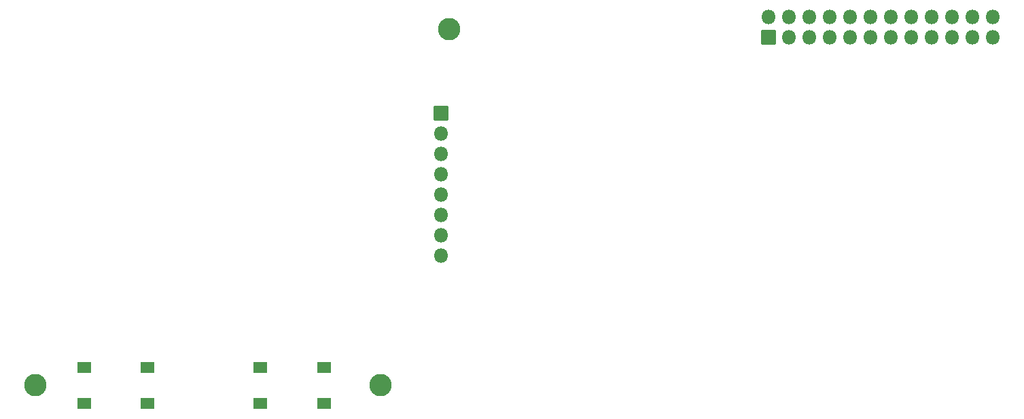
<source format=gbs>
G04 #@! TF.GenerationSoftware,KiCad,Pcbnew,7.0.9-7.0.9~ubuntu20.04.1*
G04 #@! TF.CreationDate,2024-03-01T12:09:35-07:00*
G04 #@! TF.ProjectId,lcdandbuttonboard,6c636461-6e64-4627-9574-746f6e626f61,rev?*
G04 #@! TF.SameCoordinates,Original*
G04 #@! TF.FileFunction,Soldermask,Bot*
G04 #@! TF.FilePolarity,Negative*
%FSLAX46Y46*%
G04 Gerber Fmt 4.6, Leading zero omitted, Abs format (unit mm)*
G04 Created by KiCad (PCBNEW 7.0.9-7.0.9~ubuntu20.04.1) date 2024-03-01 12:09:35*
%MOMM*%
%LPD*%
G01*
G04 APERTURE LIST*
G04 Aperture macros list*
%AMRoundRect*
0 Rectangle with rounded corners*
0 $1 Rounding radius*
0 $2 $3 $4 $5 $6 $7 $8 $9 X,Y pos of 4 corners*
0 Add a 4 corners polygon primitive as box body*
4,1,4,$2,$3,$4,$5,$6,$7,$8,$9,$2,$3,0*
0 Add four circle primitives for the rounded corners*
1,1,$1+$1,$2,$3*
1,1,$1+$1,$4,$5*
1,1,$1+$1,$6,$7*
1,1,$1+$1,$8,$9*
0 Add four rect primitives between the rounded corners*
20,1,$1+$1,$2,$3,$4,$5,0*
20,1,$1+$1,$4,$5,$6,$7,0*
20,1,$1+$1,$6,$7,$8,$9,0*
20,1,$1+$1,$8,$9,$2,$3,0*%
G04 Aperture macros list end*
%ADD10RoundRect,0.050000X-0.850000X-0.850000X0.850000X-0.850000X0.850000X0.850000X-0.850000X0.850000X0*%
%ADD11O,1.800000X1.800000*%
%ADD12C,2.800000*%
%ADD13RoundRect,0.050000X-0.850000X0.850000X-0.850000X-0.850000X0.850000X-0.850000X0.850000X0.850000X0*%
%ADD14RoundRect,0.050000X-0.775000X-0.650000X0.775000X-0.650000X0.775000X0.650000X-0.775000X0.650000X0*%
G04 APERTURE END LIST*
D10*
X141500000Y-64000000D03*
D11*
X141500000Y-66540000D03*
X141500000Y-69080000D03*
X141500000Y-71620000D03*
X141500000Y-74160000D03*
X141500000Y-76700000D03*
X141500000Y-79240000D03*
X141500000Y-81780000D03*
D12*
X142500000Y-53500000D03*
X134000000Y-98000000D03*
X91000000Y-98000000D03*
D13*
X182300000Y-54540000D03*
D11*
X182300000Y-52000000D03*
X184840000Y-54540000D03*
X184840000Y-52000000D03*
X187380000Y-54540000D03*
X187380000Y-52000000D03*
X189920000Y-54540000D03*
X189920000Y-52000000D03*
X192460000Y-54540000D03*
X192460000Y-52000000D03*
X195000000Y-54540000D03*
X195000000Y-52000000D03*
X197540000Y-54540000D03*
X197540000Y-52000000D03*
X200080000Y-54540000D03*
X200080000Y-52000000D03*
X202620000Y-54540000D03*
X202620000Y-52000000D03*
X205160000Y-54540000D03*
X205160000Y-52000000D03*
X207700000Y-54540000D03*
X207700000Y-52000000D03*
X210240000Y-54540000D03*
X210240000Y-52000000D03*
D14*
X97025000Y-100250000D03*
X104975000Y-100250000D03*
X97025000Y-95750000D03*
X104975000Y-95750000D03*
X119025000Y-100250000D03*
X126975000Y-100250000D03*
X119025000Y-95750000D03*
X126975000Y-95750000D03*
M02*

</source>
